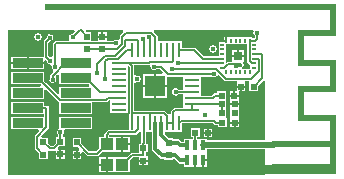
<source format=gtl>
G04 ================== begin FILE IDENTIFICATION RECORD ==================*
G04 Layout Name:  ETDS_PCB_AN_EXTENDED.brd*
G04 Film Name:    TOP*
G04 File Format:  Gerber RS274X*
G04 File Origin:  Cadence Allegro 16.6-S034*
G04 Origin Date:  Mon Dec 15 16:35:35 2014*
G04 *
G04 Layer:  VIA CLASS/TOP*
G04 Layer:  PIN/TOP*
G04 Layer:  ETCH/TOP*
G04 *
G04 Offset:    (0.00 0.00)*
G04 Mirror:    No*
G04 Mode:      Positive*
G04 Rotation:  0*
G04 FullContactRelief:  No*
G04 UndefLineWidth:     5.00*
G04 ================== end FILE IDENTIFICATION RECORD ====================*
%FSLAX25Y25*MOIN*%
%IR0*IPPOS*OFA0.00000B0.00000*MIA0B0*SFA1.00000B1.00000*%
%ADD11R,.1X.032*%
%ADD21R,.007X.012*%
%ADD20R,.012X.007*%
%ADD10C,.015*%
%ADD23R,.02X.02*%
%ADD19R,.03X.03*%
%ADD16R,.01X.05*%
%ADD14R,.05X.01*%
%ADD13R,.04X.04*%
%ADD17R,.016X.032*%
%ADD15R,.07X.07*%
%ADD22R,.035X.035*%
%ADD12R,.019X.019*%
%ADD18R,.019X.019*%
%ADD24C,.02*%
%ADD25C,.03*%
%ADD26C,.012*%
%ADD27C,.005*%
%ADD28C,.02504*%
%ADD29R,.02904X.02904*%
G75*
%LPD*%
G75*
G36*
G01X750900Y1655500D02*
Y1703800D01*
X772820D01*
G02X773102Y1703117I0J-400D01*
G01X772530Y1702544D01*
X772439Y1702551D01*
G03X771277Y1700657I-89J-1249D01*
G02X770934Y1700052I-343J-205D01*
G01X766640D01*
X765748Y1699160D01*
Y1695080D01*
G02X765240Y1694695I-400J0D01*
G03X764811Y1694739I-340J-1205D01*
G01X764720Y1694732D01*
X764272Y1695181D01*
Y1699509D01*
X764720Y1699958D01*
X764811Y1699951D01*
G03X763651Y1701111I89J1249D01*
G01X763658Y1701020D01*
X762768Y1700131D01*
Y1694902D01*
X751898D01*
Y1690698D01*
X762902D01*
Y1693460D01*
G02X763584Y1693743I400J0D01*
G01X763658Y1693670D01*
X763651Y1693579D01*
G03X764884Y1692238I1249J-89D01*
G02X765271Y1691761I-5J-400D01*
G03X765868Y1690440I1229J-240D01*
G02X765949Y1689812I-202J-345D01*
G01X764998Y1688861D01*
Y1688151D01*
G03X766718Y1687944I752J-1001D01*
G02X766744Y1688481I309J254D01*
G01X767216Y1688953D01*
G02X767898Y1688670I282J-283D01*
G01Y1685698D01*
X777839D01*
X777953Y1685584D01*
G02X777670Y1684902I-283J-282D01*
G01X767898D01*
Y1682669D01*
G02X767216Y1682386I-400J0D01*
G01X762902Y1686700D01*
Y1689902D01*
X751898D01*
Y1685698D01*
X761778D01*
X761892Y1685584D01*
G02X761609Y1684902I-283J-282D01*
G01X751898D01*
Y1680698D01*
X762902D01*
Y1683609D01*
G02X763584Y1683892I400J0D01*
G01X767778Y1679698D01*
X767898D01*
Y1675698D01*
X778902D01*
Y1679698D01*
X783848D01*
X784461Y1680312D01*
X784848D01*
Y1676124D01*
X790852D01*
Y1691577D01*
G02X791193Y1691718I200J0D01*
G01X791374Y1691537D01*
Y1675852D01*
X791124D01*
Y1670352D01*
X784089D01*
X782948Y1669211D01*
Y1668202D01*
X781198D01*
Y1664261D01*
X780188Y1663250D01*
X777912D01*
X775252Y1665911D01*
Y1667752D01*
X772348D01*
Y1664848D01*
X774189D01*
X774803Y1664234D01*
G02X774520Y1663552I-283J-282D01*
G01X772348D01*
Y1660648D01*
X775252D01*
Y1662820D01*
G02X775934Y1663103I400J0D01*
G01X777290Y1661748D01*
X780810D01*
X782261Y1663198D01*
X791402D01*
Y1668202D01*
X784452D01*
Y1668589D01*
X784711Y1668848D01*
X793405D01*
X794405Y1669848D01*
X795312D01*
Y1666412D01*
X795248Y1666349D01*
Y1665852D01*
X794548D01*
Y1662802D01*
X791739D01*
X790339Y1661402D01*
X781198D01*
Y1656398D01*
X791402D01*
Y1660339D01*
X792361Y1661298D01*
X794548D01*
Y1658748D01*
X797452D01*
Y1661652D01*
X796813D01*
X796711Y1661898D01*
X796752Y1661939D01*
Y1662948D01*
X797452D01*
Y1665852D01*
X796814D01*
Y1669848D01*
X798898D01*
Y1663744D01*
X801744Y1660898D01*
X802898D01*
Y1660548D01*
X805802D01*
Y1660658D01*
G02X806143Y1660799I200J0D01*
G01X807794Y1659148D01*
X809348D01*
Y1658148D01*
X817152D01*
Y1662352D01*
X817198D01*
Y1663348D01*
X817152D01*
Y1663948D01*
X836550D01*
Y1655500D01*
X750900D01*
G37*
G36*
G01X842550Y1710300D02*
X858050D01*
Y1703600D01*
X847650D01*
Y1691800D01*
X858050D01*
Y1685100D01*
X847650D01*
Y1673300D01*
X858050D01*
Y1666600D01*
X838750D01*
Y1664600D01*
X858050D01*
Y1659100D01*
X838750D01*
Y1655600D01*
X860050D01*
Y1675300D01*
X849650D01*
Y1683100D01*
X860050D01*
Y1693800D01*
X849650D01*
Y1701700D01*
X860050D01*
Y1712300D01*
X842550D01*
X783050D01*
X782800D01*
X763300D01*
Y1710300D01*
X782800D01*
X782900D01*
X842550D01*
G37*
G36*
G01X778652Y1700052D02*
Y1702952D01*
X776811D01*
X776646Y1703117D01*
G02X776928Y1703800I282J283D01*
G01X789072D01*
G02X789354Y1703117I0J-400D01*
G01X788048Y1701811D01*
Y1700819D01*
G02X787492Y1700451I-400J0D01*
G03X785999Y1700052I-492J-1151D01*
G01X783752D01*
Y1702952D01*
X780848D01*
Y1700052D01*
X778652D01*
G37*
G36*
G01X804248Y1675852D02*
X803248Y1676852D01*
X792878D01*
Y1685870D01*
G02X793428Y1686240I400J0D01*
G03Y1688560I472J1160D01*
G02X792878Y1688930I-150J370D01*
G01Y1692148D01*
X797867D01*
G02X798262Y1691688I0J-400D01*
G03X800501Y1690748I1238J-188D01*
G01X801377D01*
X802441Y1689684D01*
G02X802158Y1689002I-283J-282D01*
G01X795998D01*
Y1680998D01*
X804002D01*
Y1688186D01*
X809148D01*
Y1683784D01*
X807749D01*
G03X807647Y1682280I-1049J-684D01*
G01X809148D01*
Y1677878D01*
X806171D01*
X805154Y1676861D01*
Y1675852D01*
X804248D01*
G37*
G36*
G01X816048Y1694914D02*
X813061Y1697902D01*
X808876D01*
Y1700152D01*
X800752D01*
Y1701833D01*
X799468Y1703117D01*
G02X799750Y1703800I282J283D01*
G01X832311D01*
G02X832684Y1703255I0J-400D01*
G03X833098Y1701799I1166J-455D01*
G01Y1701161D01*
X832889Y1700952D01*
X832289D01*
Y1701302D01*
X822711D01*
Y1699738D01*
X821148D01*
Y1694914D01*
X816048D01*
G37*
G36*
G01X808556Y1666552D02*
X807806Y1667302D01*
X805802D01*
Y1667652D01*
X804456D01*
X803070Y1669038D01*
Y1669848D01*
X808876D01*
Y1672586D01*
X819251D01*
X819789Y1672048D01*
X820798D01*
Y1671348D01*
X823702D01*
Y1674252D01*
X823602D01*
Y1677548D01*
X823652D01*
Y1680452D01*
X823502D01*
Y1683302D01*
X820598D01*
Y1682602D01*
X819589D01*
X818802Y1681814D01*
X815152D01*
Y1688186D01*
X818645D01*
G03X820619Y1688538I855J914D01*
G02X821259Y1688641I357J-180D01*
G01X823202Y1686698D01*
X827098D01*
Y1683302D01*
X824798D01*
Y1680398D01*
X824948D01*
Y1677502D01*
X824898D01*
Y1674598D01*
X824998D01*
Y1671348D01*
X827902D01*
Y1674252D01*
X827802D01*
Y1677548D01*
X827852D01*
Y1680452D01*
X827702D01*
Y1683398D01*
X830002D01*
Y1686698D01*
X831298D01*
Y1683398D01*
X834202D01*
Y1685239D01*
X835867Y1686904D01*
G02X836550Y1686622I283J-282D01*
G01Y1666952D01*
X817152D01*
Y1667552D01*
X814002D01*
Y1668098D01*
X814702D01*
Y1671002D01*
X811798D01*
Y1668098D01*
X812498D01*
Y1667552D01*
X809348D01*
Y1666552D01*
X808556D01*
G37*
G36*
G01X828702Y1690802D02*
Y1691144D01*
X828836Y1691191D01*
G03X829119Y1691369I-248J709D01*
G01X829169Y1691419D01*
G03X829390Y1691950I-530J532D01*
G01Y1692275D01*
G03X829290Y1692649I-752J-1D01*
G01X829263Y1692695D01*
Y1692948D01*
X829402D01*
Y1696952D01*
X825398D01*
Y1693076D01*
X823914D01*
X823693Y1692856D01*
G02X823352Y1692997I-141J141D01*
G01Y1699098D01*
X830648D01*
Y1693191D01*
X831648Y1692191D01*
Y1690802D01*
X828702D01*
G37*
%LPC*%
G75*
G36*
G01X764052Y1660748D02*
X761148D01*
Y1662589D01*
X759698Y1664039D01*
Y1668500D01*
X761214Y1670016D01*
G03X760931Y1670698I-283J282D01*
G01X751898D01*
Y1674902D01*
X762848D01*
Y1675698D01*
X751898D01*
Y1679902D01*
X762902D01*
Y1678552D01*
X764352D01*
Y1671028D01*
X761858Y1668534D01*
G03X762141Y1667852I283J-282D01*
G01X764052D01*
Y1666011D01*
X765062Y1665000D01*
X765738D01*
X766848Y1666111D01*
Y1667952D01*
X767548D01*
Y1668699D01*
G02X767781Y1670840I752J1001D01*
G01X767898Y1670893D01*
Y1674902D01*
X778902D01*
Y1670698D01*
X769840D01*
G03X769467Y1670154I0J-400D01*
G02X769052Y1668699I-1167J-454D01*
G01Y1667952D01*
X769752D01*
Y1665048D01*
X767911D01*
X767297Y1664434D01*
G03X767580Y1663752I283J-282D01*
G01X769752D01*
Y1660848D01*
X766848D01*
Y1663503D01*
G03X766507Y1663644I-200J0D01*
G01X766360Y1663498D01*
X764440D01*
X764393Y1663544D01*
G03X764052Y1663403I-141J-141D01*
G01Y1660748D01*
G37*
G54D28*
X760800Y1701366D03*
X819050Y1697400D03*
G54D29*
X817450Y1669550D03*
%LPD*%
G75*
G54D10*
X752650Y1663550D03*
X752600Y1659550D03*
X752750Y1666950D03*
X752900Y1697800D03*
X753050Y1701950D03*
X757050Y1657300D03*
X761950Y1657200D03*
X766550D03*
X757400Y1672800D03*
X768300Y1669700D03*
X765750Y1687150D03*
X764900Y1693490D03*
X766500Y1691521D03*
X760800Y1701366D03*
X764900Y1701200D03*
X771550Y1657350D03*
X776300Y1657100D03*
X780600Y1689500D03*
X783300Y1687500D03*
X772350Y1701302D03*
X782300Y1701500D03*
X788900Y1665700D03*
X800000Y1685000D03*
X793900Y1687400D03*
X799500Y1691500D03*
X801550Y1702400D03*
X798000Y1701400D03*
X796000Y1700901D03*
X787000Y1699300D03*
X816450Y1675450D03*
X805600Y1690907D03*
X807600Y1692750D03*
X806700Y1683100D03*
X832000Y1662000D03*
X826350Y1676050D03*
X834000Y1672000D03*
X833900Y1679550D03*
X819050Y1697400D03*
X827400Y1694950D03*
X826800Y1691900D03*
X819500Y1689100D03*
X833850Y1702800D03*
G54D20*
X822250Y1691013D03*
Y1692588D03*
Y1694163D03*
Y1695737D03*
Y1697312D03*
X832750D03*
Y1695737D03*
Y1694163D03*
Y1692588D03*
Y1691013D03*
X822250Y1698887D03*
X832750D03*
G54D11*
X757400Y1672800D03*
Y1677800D03*
Y1682800D03*
Y1687800D03*
Y1692800D03*
X773400Y1672800D03*
Y1677800D03*
Y1682800D03*
Y1687800D03*
Y1692800D03*
G54D12*
X768300Y1662300D03*
Y1666500D03*
X762600Y1666400D03*
Y1662200D03*
X773800Y1662100D03*
Y1666300D03*
X777200Y1697300D03*
X782300D03*
X777200Y1701500D03*
X782300D03*
X796000Y1660200D03*
Y1664400D03*
X804350Y1666200D03*
Y1662000D03*
G54D21*
X831437Y1689700D03*
X829862D03*
X828287D03*
X826713D03*
X825138D03*
X823563D03*
Y1700200D03*
X825138D03*
X826713D03*
X828287D03*
X829862D03*
X831437D03*
G54D22*
X840500Y1657350D03*
G54D13*
X783700Y1658900D03*
Y1665700D03*
X788900D03*
Y1658900D03*
G54D14*
X787850Y1677126D03*
Y1679094D03*
Y1681063D03*
Y1683032D03*
Y1685000D03*
Y1686968D03*
Y1688937D03*
Y1690906D03*
Y1692874D03*
X812150Y1681063D03*
Y1679094D03*
Y1677126D03*
Y1692874D03*
Y1690906D03*
Y1688937D03*
Y1686968D03*
Y1685000D03*
Y1683032D03*
G54D23*
X839750Y1665600D03*
G54D24*
G01X815850Y1665450D02*
X839450D01*
G54D15*
X800000Y1685000D03*
G54D25*
G01X840500Y1657350D02*
X834200D01*
G54D16*
X801968Y1672850D03*
X800000D03*
X798032D03*
X796063D03*
X794094D03*
X792126D03*
Y1697150D03*
X794094D03*
X796063D03*
X798032D03*
X800000D03*
X801968D03*
X807874Y1672850D03*
X805906D03*
X803937D03*
Y1697150D03*
X805906D03*
X807874D03*
G54D26*
G01X804350Y1662000D02*
X802200D01*
X800000Y1664200D01*
Y1672850D01*
G01X804350Y1666200D02*
X801968Y1668582D01*
Y1672850D01*
G01X804350Y1662000D02*
X806500D01*
X808250Y1660250D01*
X810650D01*
G01Y1665450D02*
X808100D01*
X807350Y1666200D01*
X804350D01*
G54D17*
X815850Y1660250D03*
X813250D03*
X810650D03*
Y1665450D03*
X813250D03*
X815850D03*
G54D27*
G01X751698Y1692800D02*
X757400D01*
G01X768300Y1660648D02*
Y1662300D01*
G01D02*
Y1663952D01*
G01X766648Y1662300D02*
X768300D01*
G01D02*
X769952D01*
G01X762600Y1662200D02*
X760450Y1664350D01*
Y1668189D01*
X763600Y1671339D01*
Y1677800D01*
X757400D01*
G01X762600Y1666400D02*
X764751Y1664249D01*
X766049D01*
X768300Y1666500D01*
G01X757400Y1687800D02*
X760739D01*
X768089Y1680450D01*
X783537D01*
X784150Y1681063D01*
X787850D01*
G01X768300Y1666500D02*
Y1669700D01*
G01X773400Y1692800D02*
X770000D01*
X765750Y1688550D01*
Y1687150D01*
G01X757400Y1690498D02*
Y1692800D01*
G01D02*
Y1695102D01*
G01Y1692800D02*
X763102D01*
G01X764900Y1693490D02*
X763520Y1694870D01*
Y1699820D01*
X764900Y1701200D01*
G01X787000Y1699300D02*
X766951D01*
X766500Y1698849D01*
Y1691521D01*
G01X773800Y1660448D02*
Y1662100D01*
G01D02*
Y1663752D01*
G01X772148Y1662100D02*
X773800D01*
G01D02*
X775452D01*
G01X783700Y1656198D02*
Y1658900D01*
G01D02*
Y1661602D01*
G01X780998Y1658900D02*
X783700D01*
G01X794094Y1672850D02*
Y1670600D01*
X793094Y1669600D01*
X784400D01*
X783700Y1668900D01*
Y1665700D01*
G01D02*
X780499Y1662499D01*
X777601D01*
X773800Y1666300D01*
G01X780600Y1689500D02*
Y1692500D01*
X783226Y1695126D01*
X786526D01*
X789800Y1698400D01*
Y1700306D01*
X789900Y1700406D01*
X793994D01*
X794094Y1700306D01*
Y1697150D01*
G01X783300Y1687500D02*
Y1693401D01*
X784025Y1694126D01*
X787402D01*
X790426Y1697150D01*
X792126D01*
G01X773400Y1687800D02*
X776800D01*
X781568Y1683032D01*
X787850D01*
G01X777200Y1697300D02*
X782300D01*
G01D02*
X787122D01*
X788800Y1698978D01*
Y1701500D01*
X790200Y1702900D01*
X798622D01*
X800000Y1701522D01*
Y1697150D01*
G01X777200Y1701500D02*
X775049Y1703651D01*
X774699D01*
X772350Y1701302D01*
G01X782300Y1701500D02*
Y1703152D01*
G01X780648Y1701500D02*
X782300D01*
G01D02*
X783952D01*
G01X796000Y1658548D02*
Y1660200D01*
G01X794348D02*
X796000D01*
G01D02*
X797652D01*
G01X788900Y1662998D02*
Y1665700D01*
G01D02*
Y1668402D01*
G01Y1665700D02*
X791602D01*
G01X796000Y1664400D02*
Y1666038D01*
X796063Y1666101D01*
Y1672850D01*
G01X788900Y1658900D02*
X792050Y1662050D01*
X795800D01*
X796000Y1662250D01*
Y1664400D01*
G01X800000Y1680798D02*
Y1685000D01*
G01X798032Y1676100D02*
Y1672850D01*
G01X792126D02*
Y1676100D01*
G01D02*
X798032D01*
G01X791100Y1692874D02*
X792126Y1691848D01*
Y1676100D01*
G01X803937Y1672850D02*
Y1675100D01*
X802937Y1676100D01*
X798032D01*
G01X800000Y1685000D02*
Y1689202D01*
G01X795798Y1685000D02*
X800000D01*
G01D02*
X804202D01*
G01X798000Y1701400D02*
X798032Y1701368D01*
Y1697150D01*
G01X799500Y1691500D02*
X801688D01*
X804251Y1688937D01*
X812150D01*
G01X796000Y1700901D02*
X796063Y1700838D01*
Y1697150D01*
G01X791100Y1692874D02*
X787850D01*
G01X805906Y1697150D02*
Y1693450D01*
X805456Y1693000D01*
X798000D01*
X797900Y1692900D01*
X791100D01*
Y1692874D01*
G01X813300Y1657450D02*
X813250Y1657500D01*
G01D02*
Y1660250D01*
G01X815850Y1657948D02*
Y1660250D01*
G01D02*
X817352D01*
G01X813250Y1669550D02*
Y1665450D01*
G01X817450Y1667898D02*
Y1669550D01*
G01D02*
Y1671202D01*
G01X815798Y1669550D02*
X817450D01*
G01D02*
X819102D01*
G01X822250Y1672800D02*
X820100D01*
X819562Y1673338D01*
X808362D01*
X807874Y1672850D01*
G01X812150Y1679094D02*
X820406D01*
X820500Y1679000D01*
X822150D01*
G01X812150Y1679094D02*
Y1677126D01*
G01X805906Y1672850D02*
X803937D01*
G01X805906D02*
Y1676550D01*
X806482Y1677126D01*
X812150D01*
G01Y1681063D02*
X819113D01*
X819900Y1681850D01*
X822050D01*
G01X805600Y1690907D02*
X805601Y1690906D01*
X812150D01*
G01X832750Y1694163D02*
X834550D01*
Y1690163D01*
X831837Y1687450D01*
X823513D01*
X820057Y1690906D01*
X812150D01*
G01Y1692874D02*
X820614D01*
X820900Y1692588D01*
X822250D01*
G01X807600Y1692750D02*
X807724Y1692874D01*
X812150D01*
G01X819500Y1689100D02*
X819337Y1688937D01*
X812150D01*
G01X806700Y1683100D02*
X806768Y1683032D01*
X812150D01*
G01X822250Y1694163D02*
X815737D01*
X812750Y1697150D01*
X807874D01*
G01X826450Y1671148D02*
Y1672800D01*
G01X824798D02*
X826450D01*
G01D02*
X828102D01*
G01X826250Y1681850D02*
Y1683502D01*
G01X824598Y1681850D02*
X826250D01*
G01D02*
X827902D01*
G01X824748Y1679000D02*
X826400D01*
G01D02*
X828052D01*
G01X822150D02*
Y1676050D01*
G01X822200Y1679000D02*
X822150D01*
G01X831437Y1700200D02*
Y1699585D01*
X831400Y1699548D01*
Y1693502D01*
X832314Y1692588D01*
X832750D01*
G01X827400Y1694950D02*
Y1697152D01*
G01X825198Y1694950D02*
X827400D01*
G01D02*
X829602D01*
G01X828550Y1683198D02*
Y1684850D01*
G01X826898D02*
X828550D01*
G01D02*
X830202D01*
G01X826800Y1691900D02*
X828588D01*
X828638Y1691950D01*
Y1692275D01*
X828588Y1692325D01*
X824225D01*
X822913Y1691013D01*
X822250D01*
G01X832750Y1695737D02*
X835113D01*
X835557Y1695293D01*
Y1687657D01*
X832750Y1684850D01*
G01X833850Y1702800D02*
Y1700850D01*
X833200Y1700200D01*
X831437D01*
G01X823563D02*
Y1701502D01*
G01X822511Y1700200D02*
X823563D01*
G54D18*
X817450Y1669550D03*
X813250D03*
X826400Y1679000D03*
X822200D03*
X826250Y1681850D03*
X822050D03*
X826450Y1672800D03*
X822250D03*
X822150Y1676050D03*
X826350D03*
X828550Y1684850D03*
X832750D03*
G54D19*
X827400Y1694950D03*
M02*

</source>
